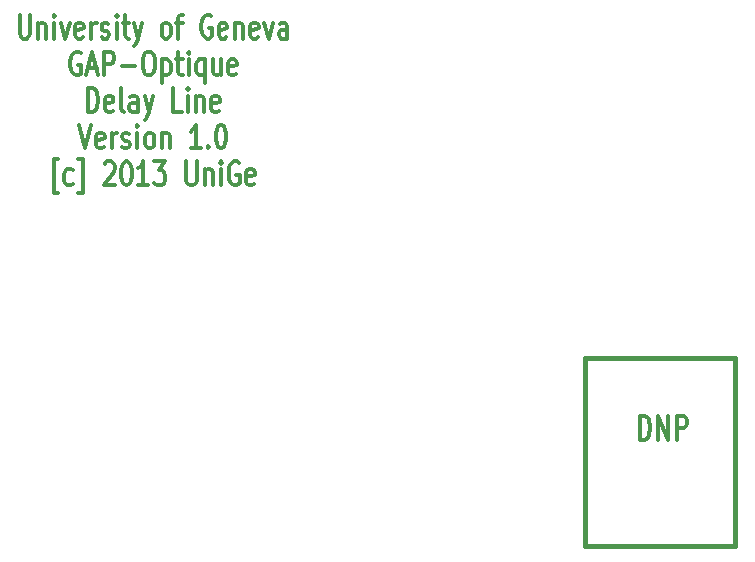
<source format=gto>
G04 (created by PCBNEW (2013-07-07 BZR 4022)-stable) date 25/09/2013 17:04:33*
%MOIN*%
G04 Gerber Fmt 3.4, Leading zero omitted, Abs format*
%FSLAX34Y34*%
G01*
G70*
G90*
G04 APERTURE LIST*
%ADD10C,0.00590551*%
%ADD11C,0.011811*%
%ADD12C,0.012*%
%ADD13C,0.015*%
G04 APERTURE END LIST*
G54D10*
G54D11*
X47589Y-35082D02*
X47589Y-35719D01*
X47618Y-35794D01*
X47646Y-35832D01*
X47702Y-35869D01*
X47814Y-35869D01*
X47871Y-35832D01*
X47899Y-35794D01*
X47927Y-35719D01*
X47927Y-35082D01*
X48208Y-35344D02*
X48208Y-35869D01*
X48208Y-35419D02*
X48236Y-35382D01*
X48293Y-35344D01*
X48377Y-35344D01*
X48433Y-35382D01*
X48461Y-35457D01*
X48461Y-35869D01*
X48742Y-35869D02*
X48742Y-35344D01*
X48742Y-35082D02*
X48714Y-35119D01*
X48742Y-35157D01*
X48771Y-35119D01*
X48742Y-35082D01*
X48742Y-35157D01*
X48967Y-35344D02*
X49108Y-35869D01*
X49249Y-35344D01*
X49699Y-35832D02*
X49642Y-35869D01*
X49530Y-35869D01*
X49474Y-35832D01*
X49446Y-35757D01*
X49446Y-35457D01*
X49474Y-35382D01*
X49530Y-35344D01*
X49642Y-35344D01*
X49699Y-35382D01*
X49727Y-35457D01*
X49727Y-35532D01*
X49446Y-35607D01*
X49980Y-35869D02*
X49980Y-35344D01*
X49980Y-35494D02*
X50008Y-35419D01*
X50036Y-35382D01*
X50092Y-35344D01*
X50149Y-35344D01*
X50317Y-35832D02*
X50374Y-35869D01*
X50486Y-35869D01*
X50542Y-35832D01*
X50570Y-35757D01*
X50570Y-35719D01*
X50542Y-35644D01*
X50486Y-35607D01*
X50402Y-35607D01*
X50345Y-35569D01*
X50317Y-35494D01*
X50317Y-35457D01*
X50345Y-35382D01*
X50402Y-35344D01*
X50486Y-35344D01*
X50542Y-35382D01*
X50823Y-35869D02*
X50823Y-35344D01*
X50823Y-35082D02*
X50795Y-35119D01*
X50823Y-35157D01*
X50852Y-35119D01*
X50823Y-35082D01*
X50823Y-35157D01*
X51020Y-35344D02*
X51245Y-35344D01*
X51105Y-35082D02*
X51105Y-35757D01*
X51133Y-35832D01*
X51189Y-35869D01*
X51245Y-35869D01*
X51386Y-35344D02*
X51526Y-35869D01*
X51667Y-35344D02*
X51526Y-35869D01*
X51470Y-36057D01*
X51442Y-36094D01*
X51386Y-36132D01*
X52426Y-35869D02*
X52370Y-35832D01*
X52342Y-35794D01*
X52314Y-35719D01*
X52314Y-35494D01*
X52342Y-35419D01*
X52370Y-35382D01*
X52426Y-35344D01*
X52511Y-35344D01*
X52567Y-35382D01*
X52595Y-35419D01*
X52623Y-35494D01*
X52623Y-35719D01*
X52595Y-35794D01*
X52567Y-35832D01*
X52511Y-35869D01*
X52426Y-35869D01*
X52792Y-35344D02*
X53017Y-35344D01*
X52876Y-35869D02*
X52876Y-35194D01*
X52904Y-35119D01*
X52961Y-35082D01*
X53017Y-35082D01*
X53973Y-35119D02*
X53917Y-35082D01*
X53832Y-35082D01*
X53748Y-35119D01*
X53692Y-35194D01*
X53664Y-35269D01*
X53636Y-35419D01*
X53636Y-35532D01*
X53664Y-35682D01*
X53692Y-35757D01*
X53748Y-35832D01*
X53832Y-35869D01*
X53889Y-35869D01*
X53973Y-35832D01*
X54001Y-35794D01*
X54001Y-35532D01*
X53889Y-35532D01*
X54479Y-35832D02*
X54423Y-35869D01*
X54311Y-35869D01*
X54254Y-35832D01*
X54226Y-35757D01*
X54226Y-35457D01*
X54254Y-35382D01*
X54311Y-35344D01*
X54423Y-35344D01*
X54479Y-35382D01*
X54507Y-35457D01*
X54507Y-35532D01*
X54226Y-35607D01*
X54760Y-35344D02*
X54760Y-35869D01*
X54760Y-35419D02*
X54789Y-35382D01*
X54845Y-35344D01*
X54929Y-35344D01*
X54985Y-35382D01*
X55014Y-35457D01*
X55014Y-35869D01*
X55520Y-35832D02*
X55464Y-35869D01*
X55351Y-35869D01*
X55295Y-35832D01*
X55267Y-35757D01*
X55267Y-35457D01*
X55295Y-35382D01*
X55351Y-35344D01*
X55464Y-35344D01*
X55520Y-35382D01*
X55548Y-35457D01*
X55548Y-35532D01*
X55267Y-35607D01*
X55745Y-35344D02*
X55885Y-35869D01*
X56026Y-35344D01*
X56504Y-35869D02*
X56504Y-35457D01*
X56476Y-35382D01*
X56420Y-35344D01*
X56307Y-35344D01*
X56251Y-35382D01*
X56504Y-35832D02*
X56448Y-35869D01*
X56307Y-35869D01*
X56251Y-35832D01*
X56223Y-35757D01*
X56223Y-35682D01*
X56251Y-35607D01*
X56307Y-35569D01*
X56448Y-35569D01*
X56504Y-35532D01*
X49614Y-36340D02*
X49558Y-36302D01*
X49474Y-36302D01*
X49389Y-36340D01*
X49333Y-36415D01*
X49305Y-36490D01*
X49277Y-36640D01*
X49277Y-36752D01*
X49305Y-36902D01*
X49333Y-36977D01*
X49389Y-37052D01*
X49474Y-37090D01*
X49530Y-37090D01*
X49614Y-37052D01*
X49642Y-37015D01*
X49642Y-36752D01*
X49530Y-36752D01*
X49867Y-36865D02*
X50149Y-36865D01*
X49811Y-37090D02*
X50008Y-36302D01*
X50205Y-37090D01*
X50402Y-37090D02*
X50402Y-36302D01*
X50627Y-36302D01*
X50683Y-36340D01*
X50711Y-36377D01*
X50739Y-36452D01*
X50739Y-36565D01*
X50711Y-36640D01*
X50683Y-36677D01*
X50627Y-36715D01*
X50402Y-36715D01*
X50992Y-36790D02*
X51442Y-36790D01*
X51836Y-36302D02*
X51948Y-36302D01*
X52005Y-36340D01*
X52061Y-36415D01*
X52089Y-36565D01*
X52089Y-36827D01*
X52061Y-36977D01*
X52005Y-37052D01*
X51948Y-37090D01*
X51836Y-37090D01*
X51780Y-37052D01*
X51723Y-36977D01*
X51695Y-36827D01*
X51695Y-36565D01*
X51723Y-36415D01*
X51780Y-36340D01*
X51836Y-36302D01*
X52342Y-36565D02*
X52342Y-37352D01*
X52342Y-36602D02*
X52398Y-36565D01*
X52511Y-36565D01*
X52567Y-36602D01*
X52595Y-36640D01*
X52623Y-36715D01*
X52623Y-36940D01*
X52595Y-37015D01*
X52567Y-37052D01*
X52511Y-37090D01*
X52398Y-37090D01*
X52342Y-37052D01*
X52792Y-36565D02*
X53017Y-36565D01*
X52876Y-36302D02*
X52876Y-36977D01*
X52904Y-37052D01*
X52961Y-37090D01*
X53017Y-37090D01*
X53214Y-37090D02*
X53214Y-36565D01*
X53214Y-36302D02*
X53186Y-36340D01*
X53214Y-36377D01*
X53242Y-36340D01*
X53214Y-36302D01*
X53214Y-36377D01*
X53748Y-36565D02*
X53748Y-37352D01*
X53748Y-37052D02*
X53692Y-37090D01*
X53579Y-37090D01*
X53523Y-37052D01*
X53495Y-37015D01*
X53467Y-36940D01*
X53467Y-36715D01*
X53495Y-36640D01*
X53523Y-36602D01*
X53579Y-36565D01*
X53692Y-36565D01*
X53748Y-36602D01*
X54282Y-36565D02*
X54282Y-37090D01*
X54029Y-36565D02*
X54029Y-36977D01*
X54057Y-37052D01*
X54114Y-37090D01*
X54198Y-37090D01*
X54254Y-37052D01*
X54282Y-37015D01*
X54789Y-37052D02*
X54732Y-37090D01*
X54620Y-37090D01*
X54564Y-37052D01*
X54535Y-36977D01*
X54535Y-36677D01*
X54564Y-36602D01*
X54620Y-36565D01*
X54732Y-36565D01*
X54789Y-36602D01*
X54817Y-36677D01*
X54817Y-36752D01*
X54535Y-36827D01*
X49867Y-38310D02*
X49867Y-37523D01*
X50008Y-37523D01*
X50092Y-37560D01*
X50149Y-37635D01*
X50177Y-37710D01*
X50205Y-37860D01*
X50205Y-37973D01*
X50177Y-38123D01*
X50149Y-38198D01*
X50092Y-38273D01*
X50008Y-38310D01*
X49867Y-38310D01*
X50683Y-38273D02*
X50627Y-38310D01*
X50514Y-38310D01*
X50458Y-38273D01*
X50430Y-38198D01*
X50430Y-37898D01*
X50458Y-37823D01*
X50514Y-37785D01*
X50627Y-37785D01*
X50683Y-37823D01*
X50711Y-37898D01*
X50711Y-37973D01*
X50430Y-38048D01*
X51048Y-38310D02*
X50992Y-38273D01*
X50964Y-38198D01*
X50964Y-37523D01*
X51526Y-38310D02*
X51526Y-37898D01*
X51498Y-37823D01*
X51442Y-37785D01*
X51330Y-37785D01*
X51273Y-37823D01*
X51526Y-38273D02*
X51470Y-38310D01*
X51330Y-38310D01*
X51273Y-38273D01*
X51245Y-38198D01*
X51245Y-38123D01*
X51273Y-38048D01*
X51330Y-38010D01*
X51470Y-38010D01*
X51526Y-37973D01*
X51751Y-37785D02*
X51892Y-38310D01*
X52033Y-37785D02*
X51892Y-38310D01*
X51836Y-38498D01*
X51808Y-38535D01*
X51751Y-38573D01*
X52989Y-38310D02*
X52708Y-38310D01*
X52708Y-37523D01*
X53186Y-38310D02*
X53186Y-37785D01*
X53186Y-37523D02*
X53158Y-37560D01*
X53186Y-37598D01*
X53214Y-37560D01*
X53186Y-37523D01*
X53186Y-37598D01*
X53467Y-37785D02*
X53467Y-38310D01*
X53467Y-37860D02*
X53495Y-37823D01*
X53551Y-37785D01*
X53636Y-37785D01*
X53692Y-37823D01*
X53720Y-37898D01*
X53720Y-38310D01*
X54226Y-38273D02*
X54170Y-38310D01*
X54057Y-38310D01*
X54001Y-38273D01*
X53973Y-38198D01*
X53973Y-37898D01*
X54001Y-37823D01*
X54057Y-37785D01*
X54170Y-37785D01*
X54226Y-37823D01*
X54254Y-37898D01*
X54254Y-37973D01*
X53973Y-38048D01*
X49572Y-38743D02*
X49769Y-39531D01*
X49966Y-38743D01*
X50388Y-39493D02*
X50331Y-39531D01*
X50219Y-39531D01*
X50163Y-39493D01*
X50134Y-39418D01*
X50134Y-39118D01*
X50163Y-39043D01*
X50219Y-39006D01*
X50331Y-39006D01*
X50388Y-39043D01*
X50416Y-39118D01*
X50416Y-39193D01*
X50134Y-39268D01*
X50669Y-39531D02*
X50669Y-39006D01*
X50669Y-39156D02*
X50697Y-39081D01*
X50725Y-39043D01*
X50781Y-39006D01*
X50838Y-39006D01*
X51006Y-39493D02*
X51062Y-39531D01*
X51175Y-39531D01*
X51231Y-39493D01*
X51259Y-39418D01*
X51259Y-39381D01*
X51231Y-39306D01*
X51175Y-39268D01*
X51091Y-39268D01*
X51034Y-39231D01*
X51006Y-39156D01*
X51006Y-39118D01*
X51034Y-39043D01*
X51091Y-39006D01*
X51175Y-39006D01*
X51231Y-39043D01*
X51512Y-39531D02*
X51512Y-39006D01*
X51512Y-38743D02*
X51484Y-38781D01*
X51512Y-38818D01*
X51541Y-38781D01*
X51512Y-38743D01*
X51512Y-38818D01*
X51878Y-39531D02*
X51822Y-39493D01*
X51794Y-39456D01*
X51766Y-39381D01*
X51766Y-39156D01*
X51794Y-39081D01*
X51822Y-39043D01*
X51878Y-39006D01*
X51962Y-39006D01*
X52019Y-39043D01*
X52047Y-39081D01*
X52075Y-39156D01*
X52075Y-39381D01*
X52047Y-39456D01*
X52019Y-39493D01*
X51962Y-39531D01*
X51878Y-39531D01*
X52328Y-39006D02*
X52328Y-39531D01*
X52328Y-39081D02*
X52356Y-39043D01*
X52412Y-39006D01*
X52497Y-39006D01*
X52553Y-39043D01*
X52581Y-39118D01*
X52581Y-39531D01*
X53622Y-39531D02*
X53284Y-39531D01*
X53453Y-39531D02*
X53453Y-38743D01*
X53397Y-38856D01*
X53340Y-38931D01*
X53284Y-38968D01*
X53875Y-39456D02*
X53903Y-39493D01*
X53875Y-39531D01*
X53847Y-39493D01*
X53875Y-39456D01*
X53875Y-39531D01*
X54268Y-38743D02*
X54325Y-38743D01*
X54381Y-38781D01*
X54409Y-38818D01*
X54437Y-38893D01*
X54465Y-39043D01*
X54465Y-39231D01*
X54437Y-39381D01*
X54409Y-39456D01*
X54381Y-39493D01*
X54325Y-39531D01*
X54268Y-39531D01*
X54212Y-39493D01*
X54184Y-39456D01*
X54156Y-39381D01*
X54128Y-39231D01*
X54128Y-39043D01*
X54156Y-38893D01*
X54184Y-38818D01*
X54212Y-38781D01*
X54268Y-38743D01*
X48869Y-41014D02*
X48728Y-41014D01*
X48728Y-39889D01*
X48869Y-39889D01*
X49347Y-40714D02*
X49291Y-40751D01*
X49178Y-40751D01*
X49122Y-40714D01*
X49094Y-40676D01*
X49066Y-40601D01*
X49066Y-40376D01*
X49094Y-40301D01*
X49122Y-40264D01*
X49178Y-40226D01*
X49291Y-40226D01*
X49347Y-40264D01*
X49544Y-41014D02*
X49685Y-41014D01*
X49685Y-39889D01*
X49544Y-39889D01*
X50416Y-40039D02*
X50444Y-40001D01*
X50500Y-39964D01*
X50641Y-39964D01*
X50697Y-40001D01*
X50725Y-40039D01*
X50753Y-40114D01*
X50753Y-40189D01*
X50725Y-40301D01*
X50388Y-40751D01*
X50753Y-40751D01*
X51119Y-39964D02*
X51175Y-39964D01*
X51231Y-40001D01*
X51259Y-40039D01*
X51287Y-40114D01*
X51316Y-40264D01*
X51316Y-40451D01*
X51287Y-40601D01*
X51259Y-40676D01*
X51231Y-40714D01*
X51175Y-40751D01*
X51119Y-40751D01*
X51062Y-40714D01*
X51034Y-40676D01*
X51006Y-40601D01*
X50978Y-40451D01*
X50978Y-40264D01*
X51006Y-40114D01*
X51034Y-40039D01*
X51062Y-40001D01*
X51119Y-39964D01*
X51878Y-40751D02*
X51541Y-40751D01*
X51709Y-40751D02*
X51709Y-39964D01*
X51653Y-40076D01*
X51597Y-40151D01*
X51541Y-40189D01*
X52075Y-39964D02*
X52440Y-39964D01*
X52244Y-40264D01*
X52328Y-40264D01*
X52384Y-40301D01*
X52412Y-40339D01*
X52440Y-40414D01*
X52440Y-40601D01*
X52412Y-40676D01*
X52384Y-40714D01*
X52328Y-40751D01*
X52159Y-40751D01*
X52103Y-40714D01*
X52075Y-40676D01*
X53143Y-39964D02*
X53143Y-40601D01*
X53172Y-40676D01*
X53200Y-40714D01*
X53256Y-40751D01*
X53368Y-40751D01*
X53425Y-40714D01*
X53453Y-40676D01*
X53481Y-40601D01*
X53481Y-39964D01*
X53762Y-40226D02*
X53762Y-40751D01*
X53762Y-40301D02*
X53790Y-40264D01*
X53847Y-40226D01*
X53931Y-40226D01*
X53987Y-40264D01*
X54015Y-40339D01*
X54015Y-40751D01*
X54296Y-40751D02*
X54296Y-40226D01*
X54296Y-39964D02*
X54268Y-40001D01*
X54296Y-40039D01*
X54325Y-40001D01*
X54296Y-39964D01*
X54296Y-40039D01*
X54887Y-40001D02*
X54831Y-39964D01*
X54746Y-39964D01*
X54662Y-40001D01*
X54606Y-40076D01*
X54578Y-40151D01*
X54550Y-40301D01*
X54550Y-40414D01*
X54578Y-40564D01*
X54606Y-40639D01*
X54662Y-40714D01*
X54746Y-40751D01*
X54803Y-40751D01*
X54887Y-40714D01*
X54915Y-40676D01*
X54915Y-40414D01*
X54803Y-40414D01*
X55393Y-40714D02*
X55337Y-40751D01*
X55224Y-40751D01*
X55168Y-40714D01*
X55140Y-40639D01*
X55140Y-40339D01*
X55168Y-40264D01*
X55224Y-40226D01*
X55337Y-40226D01*
X55393Y-40264D01*
X55421Y-40339D01*
X55421Y-40414D01*
X55140Y-40489D01*
G54D12*
X68264Y-49241D02*
X68264Y-48441D01*
X68406Y-48441D01*
X68492Y-48479D01*
X68549Y-48555D01*
X68578Y-48631D01*
X68606Y-48783D01*
X68606Y-48898D01*
X68578Y-49050D01*
X68549Y-49126D01*
X68492Y-49203D01*
X68406Y-49241D01*
X68264Y-49241D01*
X68864Y-49241D02*
X68864Y-48441D01*
X69206Y-49241D01*
X69206Y-48441D01*
X69492Y-49241D02*
X69492Y-48441D01*
X69721Y-48441D01*
X69778Y-48479D01*
X69806Y-48517D01*
X69835Y-48593D01*
X69835Y-48707D01*
X69806Y-48783D01*
X69778Y-48822D01*
X69721Y-48860D01*
X69492Y-48860D01*
G54D13*
X71437Y-52795D02*
X66437Y-52795D01*
X71437Y-46515D02*
X71437Y-52795D01*
X66437Y-46515D02*
X71437Y-46515D01*
X66437Y-52795D02*
X66437Y-46515D01*
M02*

</source>
